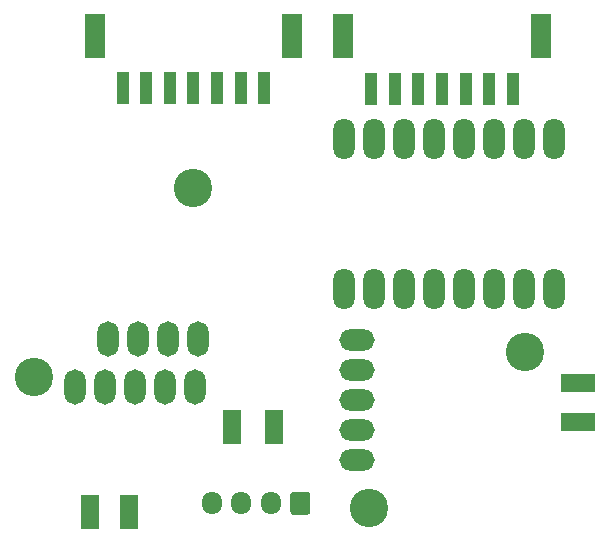
<source format=gbr>
G04 #@! TF.GenerationSoftware,KiCad,Pcbnew,(5.1.8)-1*
G04 #@! TF.CreationDate,2021-03-01T00:16:04-08:00*
G04 #@! TF.ProjectId,UAS,5541532e-6b69-4636-9164-5f7063625858,1*
G04 #@! TF.SameCoordinates,Original*
G04 #@! TF.FileFunction,Soldermask,Top*
G04 #@! TF.FilePolarity,Negative*
%FSLAX46Y46*%
G04 Gerber Fmt 4.6, Leading zero omitted, Abs format (unit mm)*
G04 Created by KiCad (PCBNEW (5.1.8)-1) date 2021-03-01 00:16:04*
%MOMM*%
%LPD*%
G01*
G04 APERTURE LIST*
%ADD10R,3.000000X1.500000*%
%ADD11R,1.500000X3.000000*%
%ADD12C,3.250000*%
%ADD13O,3.000000X1.800000*%
%ADD14R,1.000000X2.700000*%
%ADD15R,1.800000X3.800000*%
%ADD16O,1.800000X3.500000*%
%ADD17O,1.800000X3.000000*%
%ADD18O,1.700000X1.950000*%
G04 APERTURE END LIST*
D10*
X166550000Y-111100000D03*
D11*
X140750000Y-111550000D03*
D10*
X166550000Y-107850000D03*
D11*
X137250000Y-111550000D03*
D12*
X148800000Y-118360000D03*
X162000000Y-105160000D03*
D13*
X147780000Y-114290000D03*
X147780000Y-111750000D03*
X147780000Y-109210000D03*
X147780000Y-106670000D03*
X147780000Y-104130000D03*
D14*
X133950000Y-82850000D03*
X131950000Y-82850000D03*
X135950000Y-82850000D03*
X137950000Y-82850000D03*
X129950000Y-82850000D03*
X127950000Y-82850000D03*
X139950000Y-82850000D03*
D15*
X142300000Y-78400000D03*
X125600000Y-78400000D03*
D16*
X164470000Y-87150000D03*
X161930000Y-87150000D03*
X159390000Y-87150000D03*
X156850000Y-87150000D03*
X154310000Y-87150000D03*
X151770000Y-87150000D03*
X149230000Y-87150000D03*
X146690000Y-87150000D03*
X164470000Y-99850000D03*
X161930000Y-99850000D03*
X159390000Y-99850000D03*
X156850000Y-99850000D03*
X154310000Y-99850000D03*
X151770000Y-99850000D03*
X149230000Y-99850000D03*
X146690000Y-99850000D03*
D17*
X134310000Y-104080000D03*
X131770000Y-104080000D03*
X129230000Y-104080000D03*
X126690000Y-104080000D03*
D11*
X128500000Y-118750000D03*
X125210000Y-118760000D03*
D14*
X155000000Y-82900000D03*
X153000000Y-82900000D03*
X157000000Y-82900000D03*
X159000000Y-82900000D03*
X151000000Y-82900000D03*
X149000000Y-82900000D03*
X161000000Y-82900000D03*
D15*
X163350000Y-78450000D03*
X146650000Y-78450000D03*
D18*
X135500000Y-118000000D03*
X138000000Y-118000000D03*
X140500000Y-118000000D03*
G36*
G01*
X143850000Y-117275000D02*
X143850000Y-118725000D01*
G75*
G02*
X143600000Y-118975000I-250000J0D01*
G01*
X142400000Y-118975000D01*
G75*
G02*
X142150000Y-118725000I0J250000D01*
G01*
X142150000Y-117275000D01*
G75*
G02*
X142400000Y-117025000I250000J0D01*
G01*
X143600000Y-117025000D01*
G75*
G02*
X143850000Y-117275000I0J-250000D01*
G01*
G37*
D12*
X120430000Y-107300000D03*
X133930000Y-91300000D03*
D17*
X134120000Y-108140000D03*
X131580000Y-108140000D03*
X129040000Y-108140000D03*
X126500000Y-108140000D03*
X123960000Y-108140000D03*
M02*

</source>
